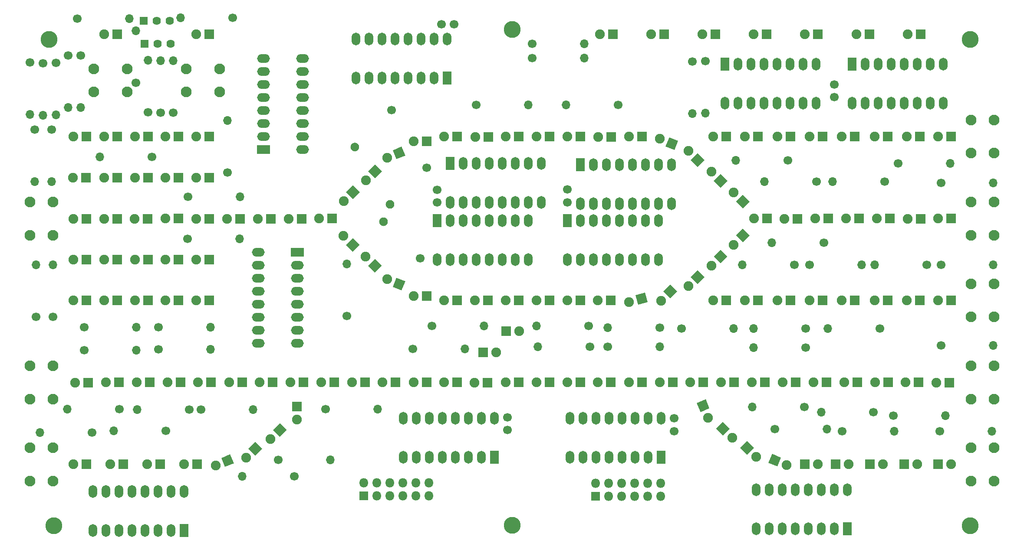
<source format=gbr>
%TF.GenerationSoftware,KiCad,Pcbnew,(5.1.6)-1*%
%TF.CreationDate,2020-06-24T17:28:06+01:00*%
%TF.ProjectId,panel-display,70616e65-6c2d-4646-9973-706c61792e6b,rev?*%
%TF.SameCoordinates,Original*%
%TF.FileFunction,Soldermask,Top*%
%TF.FilePolarity,Negative*%
%FSLAX46Y46*%
G04 Gerber Fmt 4.6, Leading zero omitted, Abs format (unit mm)*
G04 Created by KiCad (PCBNEW (5.1.6)-1) date 2020-06-24 17:28:06*
%MOMM*%
%LPD*%
G01*
G04 APERTURE LIST*
%ADD10R,2.500000X1.700000*%
%ADD11O,2.500000X1.700000*%
%ADD12R,1.700000X2.500000*%
%ADD13O,1.700000X2.500000*%
%ADD14O,1.800000X1.800000*%
%ADD15R,1.800000X1.800000*%
%ADD16C,0.100000*%
%ADD17C,1.900000*%
%ADD18C,1.700000*%
%ADD19O,1.700000X1.700000*%
%ADD20C,1.620000*%
%ADD21R,1.620000X1.620000*%
%ADD22R,1.900000X1.900000*%
%ADD23C,3.300000*%
%ADD24C,2.100000*%
G04 APERTURE END LIST*
D10*
%TO.C,U7*%
X105587800Y-86385400D03*
D11*
X97967800Y-104165400D03*
X105587800Y-88925400D03*
X97967800Y-101625400D03*
X105587800Y-91465400D03*
X97967800Y-99085400D03*
X105587800Y-94005400D03*
X97967800Y-96545400D03*
X105587800Y-96545400D03*
X97967800Y-94005400D03*
X105587800Y-99085400D03*
X97967800Y-91465400D03*
X105587800Y-101625400D03*
X97967800Y-88925400D03*
X105587800Y-104165400D03*
X97967800Y-86385400D03*
%TD*%
D12*
%TO.C,U8*%
X158242000Y-80264000D03*
D13*
X176022000Y-87884000D03*
X160782000Y-80264000D03*
X173482000Y-87884000D03*
X163322000Y-80264000D03*
X170942000Y-87884000D03*
X165862000Y-80264000D03*
X168402000Y-87884000D03*
X168402000Y-80264000D03*
X165862000Y-87884000D03*
X170942000Y-80264000D03*
X163322000Y-87884000D03*
X173482000Y-80264000D03*
X160782000Y-87884000D03*
X176022000Y-80264000D03*
X158242000Y-87884000D03*
%TD*%
D14*
%TO.C,J1*%
X176453800Y-131495800D03*
X176453800Y-134035800D03*
X173913800Y-131495800D03*
X173913800Y-134035800D03*
X171373800Y-131495800D03*
X171373800Y-134035800D03*
X168833800Y-131495800D03*
X168833800Y-134035800D03*
X166293800Y-131495800D03*
X166293800Y-134035800D03*
X163753800Y-131495800D03*
D15*
X163753800Y-134035800D03*
%TD*%
D12*
%TO.C,U3*%
X212852000Y-140462000D03*
D13*
X195072000Y-132842000D03*
X210312000Y-140462000D03*
X197612000Y-132842000D03*
X207772000Y-140462000D03*
X200152000Y-132842000D03*
X205232000Y-140462000D03*
X202692000Y-132842000D03*
X202692000Y-140462000D03*
X205232000Y-132842000D03*
X200152000Y-140462000D03*
X207772000Y-132842000D03*
X197612000Y-140462000D03*
X210312000Y-132842000D03*
X195072000Y-140462000D03*
X212852000Y-132842000D03*
%TD*%
D16*
%TO.C,D22*%
G36*
X179828635Y-64687664D02*
G01*
X179101536Y-66443035D01*
X177346165Y-65715936D01*
X178073264Y-63960565D01*
X179828635Y-64687664D01*
G37*
D17*
X176240746Y-64229784D03*
%TD*%
D12*
%TO.C,U6*%
X176530000Y-126492000D03*
D13*
X158750000Y-118872000D03*
X173990000Y-126492000D03*
X161290000Y-118872000D03*
X171450000Y-126492000D03*
X163830000Y-118872000D03*
X168910000Y-126492000D03*
X166370000Y-118872000D03*
X166370000Y-126492000D03*
X168910000Y-118872000D03*
X163830000Y-126492000D03*
X171450000Y-118872000D03*
X161290000Y-126492000D03*
X173990000Y-118872000D03*
X158750000Y-126492000D03*
X176530000Y-118872000D03*
%TD*%
D12*
%TO.C,U5*%
X135382000Y-69088000D03*
D13*
X153162000Y-76708000D03*
X137922000Y-69088000D03*
X150622000Y-76708000D03*
X140462000Y-69088000D03*
X148082000Y-76708000D03*
X143002000Y-69088000D03*
X145542000Y-76708000D03*
X145542000Y-69088000D03*
X143002000Y-76708000D03*
X148082000Y-69088000D03*
X140462000Y-76708000D03*
X150622000Y-69088000D03*
X137922000Y-76708000D03*
X153162000Y-69088000D03*
X135382000Y-76708000D03*
%TD*%
D12*
%TO.C,U4*%
X144018000Y-126492000D03*
D13*
X126238000Y-118872000D03*
X141478000Y-126492000D03*
X128778000Y-118872000D03*
X138938000Y-126492000D03*
X131318000Y-118872000D03*
X136398000Y-126492000D03*
X133858000Y-118872000D03*
X133858000Y-126492000D03*
X136398000Y-118872000D03*
X131318000Y-126492000D03*
X138938000Y-118872000D03*
X128778000Y-126492000D03*
X141478000Y-118872000D03*
X126238000Y-126492000D03*
X144018000Y-118872000D03*
%TD*%
D12*
%TO.C,U2*%
X132842000Y-80264000D03*
D13*
X150622000Y-87884000D03*
X135382000Y-80264000D03*
X148082000Y-87884000D03*
X137922000Y-80264000D03*
X145542000Y-87884000D03*
X140462000Y-80264000D03*
X143002000Y-87884000D03*
X143002000Y-80264000D03*
X140462000Y-87884000D03*
X145542000Y-80264000D03*
X137922000Y-87884000D03*
X148082000Y-80264000D03*
X135382000Y-87884000D03*
X150622000Y-80264000D03*
X132842000Y-87884000D03*
%TD*%
D12*
%TO.C,U1*%
X83439000Y-140766800D03*
D13*
X65659000Y-133146800D03*
X80899000Y-140766800D03*
X68199000Y-133146800D03*
X78359000Y-140766800D03*
X70739000Y-133146800D03*
X75819000Y-140766800D03*
X73279000Y-133146800D03*
X73279000Y-140766800D03*
X75819000Y-133146800D03*
X70739000Y-140766800D03*
X78359000Y-133146800D03*
X68199000Y-140766800D03*
X80899000Y-133146800D03*
X65659000Y-140766800D03*
X83439000Y-133146800D03*
%TD*%
D18*
%TO.C,R68*%
X140462000Y-57658000D03*
D19*
X150622000Y-57658000D03*
%TD*%
D18*
%TO.C,R67*%
X168148000Y-57658000D03*
D19*
X157988000Y-57658000D03*
%TD*%
D18*
%TO.C,R66*%
X123952000Y-58674000D03*
G36*
G01*
X117368836Y-65257164D02*
X117368836Y-65257164D01*
G75*
G02*
X117368836Y-66459246I-601041J-601041D01*
G01*
X117368836Y-66459246D01*
G75*
G02*
X116166754Y-66459246I-601041J601041D01*
G01*
X116166754Y-66459246D01*
G75*
G02*
X116166754Y-65257164I601041J601041D01*
G01*
X116166754Y-65257164D01*
G75*
G02*
X117368836Y-65257164I601041J-601041D01*
G01*
G37*
%TD*%
%TO.C,R65*%
X130810000Y-69862700D03*
G36*
G01*
X124226836Y-76445864D02*
X124226836Y-76445864D01*
G75*
G02*
X124226836Y-77647946I-601041J-601041D01*
G01*
X124226836Y-77647946D01*
G75*
G02*
X123024754Y-77647946I-601041J601041D01*
G01*
X123024754Y-77647946D01*
G75*
G02*
X123024754Y-76445864I601041J601041D01*
G01*
X123024754Y-76445864D01*
G75*
G02*
X124226836Y-76445864I601041J-601041D01*
G01*
G37*
%TD*%
%TO.C,R64*%
X162661600Y-104863900D03*
D19*
X152501600Y-104863900D03*
%TD*%
D18*
%TO.C,R63*%
X128054100Y-105321100D03*
D19*
X138214100Y-105321100D03*
%TD*%
D18*
%TO.C,R62*%
X78486000Y-105410000D03*
D19*
X88646000Y-105410000D03*
%TD*%
D18*
%TO.C,R61*%
X84493100Y-117144800D03*
D19*
X74333100Y-117144800D03*
%TD*%
D18*
%TO.C,R60*%
X205486000Y-88836500D03*
D19*
X215646000Y-88836500D03*
%TD*%
D18*
%TO.C,R59*%
X204724000Y-101346000D03*
D19*
X194564000Y-101346000D03*
%TD*%
D18*
%TO.C,R58*%
X220078300Y-72644000D03*
D19*
X209918300Y-72644000D03*
%TD*%
D18*
%TO.C,R57*%
X182626000Y-49123600D03*
D19*
X182626000Y-59283600D03*
%TD*%
D18*
%TO.C,R56*%
X129540000Y-87630000D03*
G36*
G01*
X122956836Y-81046836D02*
X122956836Y-81046836D01*
G75*
G02*
X121754754Y-81046836I-601041J601041D01*
G01*
X121754754Y-81046836D01*
G75*
G02*
X121754754Y-79844754I601041J601041D01*
G01*
X121754754Y-79844754D01*
G75*
G02*
X122956836Y-79844754I601041J-601041D01*
G01*
X122956836Y-79844754D01*
G75*
G02*
X122956836Y-81046836I-601041J-601041D01*
G01*
G37*
%TD*%
%TO.C,R55*%
X176225200Y-101104700D03*
D19*
X166065200Y-101104700D03*
%TD*%
D18*
%TO.C,R54*%
X180467000Y-101346000D03*
D19*
X190627000Y-101346000D03*
%TD*%
D18*
%TO.C,R53*%
X201244200Y-68427600D03*
D19*
X191084200Y-68427600D03*
%TD*%
D18*
%TO.C,R52*%
X84175600Y-83807300D03*
D19*
X94335600Y-83807300D03*
%TD*%
D18*
%TO.C,R51*%
X64008000Y-101092000D03*
D19*
X74168000Y-101092000D03*
%TD*%
D18*
%TO.C,R50*%
X57658000Y-62484000D03*
D19*
X57658000Y-72644000D03*
%TD*%
D18*
%TO.C,R49*%
X54356000Y-62484000D03*
D19*
X54356000Y-72644000D03*
%TD*%
D18*
%TO.C,R48*%
X55905400Y-49479200D03*
D19*
X55905400Y-59639200D03*
%TD*%
D18*
%TO.C,R47*%
X60858400Y-48006000D03*
D19*
X60858400Y-58166000D03*
%TD*%
D18*
%TO.C,R46*%
X198691500Y-120967500D03*
D19*
X208851500Y-120967500D03*
%TD*%
D18*
%TO.C,R45*%
X221792800Y-118287800D03*
D19*
X231952800Y-118287800D03*
%TD*%
D18*
%TO.C,R44*%
X166077900Y-104838500D03*
D19*
X176237900Y-104838500D03*
%TD*%
D18*
%TO.C,R43*%
X204724000Y-105029000D03*
D19*
X194564000Y-105029000D03*
%TD*%
D18*
%TO.C,R42*%
X105003600Y-130149600D03*
D19*
X94843600Y-130149600D03*
%TD*%
D18*
%TO.C,R41*%
X131813300Y-100761800D03*
D19*
X141973300Y-100761800D03*
%TD*%
D18*
%TO.C,R40*%
X101854000Y-127000000D03*
D19*
X112014000Y-127000000D03*
%TD*%
D18*
%TO.C,R39*%
X86779100Y-117132100D03*
D19*
X96939100Y-117132100D03*
%TD*%
D18*
%TO.C,R38*%
X64008000Y-105549700D03*
D19*
X74168000Y-105549700D03*
%TD*%
D18*
%TO.C,R37*%
X228346000Y-88836500D03*
D19*
X218186000Y-88836500D03*
%TD*%
D18*
%TO.C,R36*%
X219163900Y-101346000D03*
D19*
X209003900Y-101346000D03*
%TD*%
D18*
%TO.C,R35*%
X208280000Y-84582000D03*
D19*
X198120000Y-84582000D03*
%TD*%
D18*
%TO.C,R34*%
X185166000Y-49098200D03*
D19*
X185166000Y-59258200D03*
%TD*%
D18*
%TO.C,R33*%
X115176300Y-98831400D03*
D19*
X115176300Y-88671400D03*
%TD*%
D18*
%TO.C,R32*%
X162407600Y-100825300D03*
D19*
X152247600Y-100825300D03*
%TD*%
D18*
%TO.C,R31*%
X202526900Y-88861900D03*
D19*
X192366900Y-88861900D03*
%TD*%
D18*
%TO.C,R30*%
X206819500Y-72631300D03*
D19*
X196659500Y-72631300D03*
%TD*%
D18*
%TO.C,R29*%
X84251800Y-75603100D03*
D19*
X94411800Y-75603100D03*
%TD*%
D18*
%TO.C,R28*%
X57912000Y-99060000D03*
D19*
X57912000Y-88900000D03*
%TD*%
D18*
%TO.C,R27*%
X78486000Y-101092000D03*
D19*
X88646000Y-101092000D03*
%TD*%
D18*
%TO.C,R26*%
X53390800Y-49301400D03*
D19*
X53390800Y-59461400D03*
%TD*%
D18*
%TO.C,R25*%
X58470800Y-49403000D03*
D19*
X58470800Y-59563000D03*
%TD*%
D18*
%TO.C,R24*%
X63271400Y-47929800D03*
D19*
X63271400Y-58089800D03*
%TD*%
D18*
%TO.C,R23*%
X217944700Y-117652800D03*
D19*
X207784700Y-117652800D03*
%TD*%
D18*
%TO.C,R22*%
X211836000Y-121412000D03*
D19*
X221996000Y-121412000D03*
%TD*%
D18*
%TO.C,R21*%
X111074200Y-117043200D03*
D19*
X121234200Y-117043200D03*
%TD*%
D18*
%TO.C,R20*%
X204470000Y-116674900D03*
D19*
X194310000Y-116674900D03*
%TD*%
D18*
%TO.C,R19*%
X79883000Y-121285000D03*
D19*
X69723000Y-121285000D03*
%TD*%
D18*
%TO.C,R18*%
X151384000Y-48514000D03*
D19*
X161544000Y-48514000D03*
%TD*%
D18*
%TO.C,R17*%
X151384000Y-45720000D03*
D19*
X161544000Y-45720000D03*
%TD*%
D18*
%TO.C,R16*%
X92976700Y-40563800D03*
D19*
X82816700Y-40563800D03*
%TD*%
D18*
%TO.C,R15*%
X62636400Y-40754300D03*
D19*
X72796400Y-40754300D03*
%TD*%
D18*
%TO.C,R14*%
X74028300Y-53340000D03*
D19*
X74028300Y-43180000D03*
%TD*%
D18*
%TO.C,R13*%
X81318100Y-59118500D03*
D19*
X81318100Y-48958500D03*
%TD*%
D18*
%TO.C,R12*%
X76390500Y-59093100D03*
D19*
X76390500Y-48933100D03*
%TD*%
D18*
%TO.C,R11*%
X78905100Y-59105800D03*
D19*
X78905100Y-48945800D03*
%TD*%
D18*
%TO.C,R10*%
X230886000Y-121412000D03*
D19*
X241046000Y-121412000D03*
%TD*%
D18*
%TO.C,R9*%
X231140000Y-104648000D03*
D19*
X241300000Y-104648000D03*
%TD*%
D18*
%TO.C,R8*%
X231140000Y-88900000D03*
D19*
X241300000Y-88900000D03*
%TD*%
D18*
%TO.C,R7*%
X231140000Y-72898000D03*
D19*
X241300000Y-72898000D03*
%TD*%
D18*
%TO.C,R6*%
X222758000Y-69088000D03*
D19*
X232918000Y-69088000D03*
%TD*%
D18*
%TO.C,R5*%
X65532000Y-121666000D03*
D19*
X55372000Y-121666000D03*
%TD*%
D18*
%TO.C,R4*%
X70866000Y-117094000D03*
D19*
X60706000Y-117094000D03*
%TD*%
D18*
%TO.C,R3*%
X54610000Y-99060000D03*
D19*
X54610000Y-88900000D03*
%TD*%
D18*
%TO.C,R2*%
X77216000Y-67818000D03*
D19*
X67056000Y-67818000D03*
%TD*%
D18*
%TO.C,R1*%
X91948000Y-70866000D03*
D19*
X91948000Y-60706000D03*
%TD*%
D20*
%TO.C,Q2*%
X78155800Y-41224200D03*
X80695800Y-41224200D03*
D21*
X75615800Y-41224200D03*
%TD*%
D20*
%TO.C,Q1*%
X78257400Y-45643800D03*
X80797400Y-45643800D03*
D21*
X75717400Y-45643800D03*
%TD*%
D22*
%TO.C,D144*%
X227126800Y-79857600D03*
D17*
X224586800Y-79857600D03*
%TD*%
D22*
%TO.C,D142*%
X233095800Y-79832200D03*
D17*
X230555800Y-79832200D03*
%TD*%
D22*
%TO.C,D141*%
X220700600Y-63830200D03*
D17*
X218160600Y-63830200D03*
%TD*%
D22*
%TO.C,D140*%
X233095800Y-63830200D03*
D17*
X230555800Y-63830200D03*
%TD*%
D22*
%TO.C,D139*%
X221132400Y-79832200D03*
D17*
X218592400Y-79832200D03*
%TD*%
D22*
%TO.C,D137*%
X202768200Y-111836200D03*
D17*
X200228200Y-111836200D03*
%TD*%
D22*
%TO.C,D136*%
X190728600Y-111836200D03*
D17*
X188188600Y-111836200D03*
%TD*%
D22*
%TO.C,D135*%
X217220800Y-127838200D03*
D17*
X219760800Y-127838200D03*
%TD*%
D22*
%TO.C,D134*%
X230555800Y-127838200D03*
D17*
X233095800Y-127838200D03*
%TD*%
D22*
%TO.C,D133*%
X226745800Y-111836200D03*
D17*
X224205800Y-111836200D03*
%TD*%
D22*
%TO.C,D132*%
X214757000Y-111810800D03*
D17*
X212217000Y-111810800D03*
%TD*%
D22*
%TO.C,D131*%
X208762600Y-111836200D03*
D17*
X206222600Y-111836200D03*
%TD*%
D22*
%TO.C,D130*%
X220751400Y-111836200D03*
D17*
X218211400Y-111836200D03*
%TD*%
D22*
%TO.C,D129*%
X196748400Y-111836200D03*
D17*
X194208400Y-111836200D03*
%TD*%
D22*
%TO.C,D127*%
X223901000Y-127838200D03*
D17*
X226441000Y-127838200D03*
%TD*%
D22*
%TO.C,D125*%
X232740200Y-111861600D03*
D17*
X230200200Y-111861600D03*
%TD*%
D16*
%TO.C,D124*%
G36*
X183442165Y-115868664D02*
G01*
X185197536Y-115141565D01*
X185924635Y-116896936D01*
X184169264Y-117624035D01*
X183442165Y-115868664D01*
G37*
D17*
X185655416Y-118729454D03*
%TD*%
D16*
%TO.C,D123*%
G36*
X191899697Y-124587000D02*
G01*
X193243200Y-123243497D01*
X194586703Y-124587000D01*
X193243200Y-125930503D01*
X191899697Y-124587000D01*
G37*
D17*
X195039251Y-126383051D03*
%TD*%
D16*
%TO.C,D122*%
G36*
X92462136Y-125860365D02*
G01*
X93189235Y-127615736D01*
X91433864Y-128342835D01*
X90706765Y-126587464D01*
X92462136Y-125860365D01*
G37*
D17*
X89601346Y-128073616D03*
%TD*%
D16*
%TO.C,D121*%
G36*
X102133400Y-119789097D02*
G01*
X103476903Y-121132600D01*
X102133400Y-122476103D01*
X100789897Y-121132600D01*
X102133400Y-119789097D01*
G37*
D17*
X100337349Y-122928651D03*
%TD*%
D22*
%TO.C,D120*%
X178765200Y-111836200D03*
D17*
X176225200Y-111836200D03*
%TD*%
D22*
%TO.C,D119*%
X166725600Y-111836200D03*
D17*
X164185600Y-111836200D03*
%TD*%
D22*
%TO.C,D118*%
X154736800Y-111836200D03*
D17*
X152196800Y-111836200D03*
%TD*%
D22*
%TO.C,D117*%
X64414400Y-127838200D03*
D17*
X61874400Y-127838200D03*
%TD*%
D22*
%TO.C,D116*%
X78816200Y-127812800D03*
D17*
X76276200Y-127812800D03*
%TD*%
D16*
%TO.C,D115*%
G36*
X187226097Y-120878600D02*
G01*
X188569600Y-119535097D01*
X189913103Y-120878600D01*
X188569600Y-122222103D01*
X187226097Y-120878600D01*
G37*
D17*
X190365651Y-122674651D03*
%TD*%
D16*
%TO.C,D114*%
G36*
X197412165Y-127539536D02*
G01*
X198139264Y-125784165D01*
X199894635Y-126511264D01*
X199167536Y-128266635D01*
X197412165Y-127539536D01*
G37*
D17*
X201000054Y-127997416D03*
%TD*%
D22*
%TO.C,D113*%
X204546200Y-127838200D03*
D17*
X207086200Y-127838200D03*
%TD*%
D16*
%TO.C,D112*%
G36*
X97358200Y-123421297D02*
G01*
X98701703Y-124764800D01*
X97358200Y-126108303D01*
X96014697Y-124764800D01*
X97358200Y-123421297D01*
G37*
D17*
X95562149Y-126560851D03*
%TD*%
D22*
%TO.C,D111*%
X105511600Y-116560600D03*
D17*
X105511600Y-119100600D03*
%TD*%
D22*
%TO.C,D110*%
X160756600Y-111836200D03*
D17*
X158216600Y-111836200D03*
%TD*%
D22*
%TO.C,D109*%
X148742400Y-111836200D03*
D17*
X146202400Y-111836200D03*
%TD*%
D22*
%TO.C,D108*%
X184734200Y-111836200D03*
D17*
X182194200Y-111836200D03*
%TD*%
D22*
%TO.C,D107*%
X172770800Y-111836200D03*
D17*
X170230800Y-111836200D03*
%TD*%
D22*
%TO.C,D106*%
X71577200Y-127838200D03*
D17*
X69037200Y-127838200D03*
%TD*%
D22*
%TO.C,D105*%
X146253200Y-101828600D03*
D17*
X148793200Y-101828600D03*
%TD*%
D22*
%TO.C,D104*%
X86029800Y-127838200D03*
D17*
X83489800Y-127838200D03*
%TD*%
D22*
%TO.C,D103*%
X94767400Y-111836200D03*
D17*
X92227400Y-111836200D03*
%TD*%
D22*
%TO.C,D102*%
X106756200Y-111810800D03*
D17*
X104216200Y-111810800D03*
%TD*%
D22*
%TO.C,D101*%
X141782800Y-105968800D03*
D17*
X144322800Y-105968800D03*
%TD*%
D22*
%TO.C,D100*%
X112750600Y-111836200D03*
D17*
X110210600Y-111836200D03*
%TD*%
D22*
%TO.C,D98*%
X100736400Y-111810800D03*
D17*
X98196400Y-111810800D03*
%TD*%
D22*
%TO.C,D97*%
X142621000Y-111861600D03*
D17*
X140081000Y-111861600D03*
%TD*%
D22*
%TO.C,D96*%
X130759200Y-111836200D03*
D17*
X128219200Y-111836200D03*
%TD*%
D22*
%TO.C,D95*%
X70739000Y-111836200D03*
D17*
X68199000Y-111836200D03*
%TD*%
D22*
%TO.C,D94*%
X82778600Y-111836200D03*
D17*
X80238600Y-111836200D03*
%TD*%
D22*
%TO.C,D93*%
X136753600Y-111810800D03*
D17*
X134213600Y-111810800D03*
%TD*%
D22*
%TO.C,D92*%
X124714000Y-111836200D03*
D17*
X122174000Y-111836200D03*
%TD*%
D22*
%TO.C,D91*%
X64770000Y-111861600D03*
D17*
X62230000Y-111861600D03*
%TD*%
D22*
%TO.C,D90*%
X76758800Y-111836200D03*
D17*
X74218800Y-111836200D03*
%TD*%
D22*
%TO.C,D89*%
X226999800Y-95834200D03*
D17*
X224459800Y-95834200D03*
%TD*%
D22*
%TO.C,D88*%
X214299800Y-95834200D03*
D17*
X211759800Y-95834200D03*
%TD*%
D22*
%TO.C,D87*%
X208000600Y-95834200D03*
D17*
X205460600Y-95834200D03*
%TD*%
D22*
%TO.C,D86*%
X195427600Y-95834200D03*
D17*
X192887600Y-95834200D03*
%TD*%
D22*
%TO.C,D85*%
X233095800Y-95834200D03*
D17*
X230555800Y-95834200D03*
%TD*%
D22*
%TO.C,D84*%
X220700600Y-95834200D03*
D17*
X218160600Y-95834200D03*
%TD*%
D22*
%TO.C,D83*%
X201701400Y-95834200D03*
D17*
X199161400Y-95834200D03*
%TD*%
D22*
%TO.C,D82*%
X189179200Y-95834200D03*
D17*
X186639200Y-95834200D03*
%TD*%
D22*
%TO.C,D81*%
X203098400Y-79857600D03*
D17*
X200558400Y-79857600D03*
%TD*%
D22*
%TO.C,D80*%
X215087200Y-79832200D03*
D17*
X212547200Y-79832200D03*
%TD*%
D22*
%TO.C,D79*%
X201701400Y-63830200D03*
D17*
X199161400Y-63830200D03*
%TD*%
D22*
%TO.C,D78*%
X189179200Y-63830200D03*
D17*
X186639200Y-63830200D03*
%TD*%
D22*
%TO.C,D77*%
X197129400Y-79832200D03*
D17*
X194589400Y-79832200D03*
%TD*%
D22*
%TO.C,D76*%
X209067400Y-79806800D03*
D17*
X206527400Y-79806800D03*
%TD*%
D22*
%TO.C,D75*%
X195427600Y-63830200D03*
D17*
X192887600Y-63830200D03*
%TD*%
D22*
%TO.C,D74*%
X208000600Y-63830200D03*
D17*
X205460600Y-63830200D03*
%TD*%
D16*
%TO.C,D72*%
G36*
X189430503Y-72440800D02*
G01*
X188087000Y-73784303D01*
X186743497Y-72440800D01*
X188087000Y-71097297D01*
X189430503Y-72440800D01*
G37*
D17*
X186290949Y-70644749D03*
%TD*%
D16*
%TO.C,D71*%
G36*
X183616600Y-89893297D02*
G01*
X184960103Y-91236800D01*
X183616600Y-92580303D01*
X182273097Y-91236800D01*
X183616600Y-89893297D01*
G37*
D17*
X181820549Y-93032851D03*
%TD*%
D16*
%TO.C,D70*%
G36*
X192455800Y-81790697D02*
G01*
X193799303Y-83134200D01*
X192455800Y-84477703D01*
X191112297Y-83134200D01*
X192455800Y-81790697D01*
G37*
D17*
X190659749Y-84930251D03*
%TD*%
D16*
%TO.C,D69*%
G36*
X184960103Y-68402200D02*
G01*
X183616600Y-69745703D01*
X182273097Y-68402200D01*
X183616600Y-67058697D01*
X184960103Y-68402200D01*
G37*
D17*
X181820549Y-66606149D03*
%TD*%
D16*
%TO.C,D68*%
G36*
X193799303Y-76530200D02*
G01*
X192455800Y-77873703D01*
X191112297Y-76530200D01*
X192455800Y-75186697D01*
X193799303Y-76530200D01*
G37*
D17*
X190659749Y-74734149D03*
%TD*%
D16*
%TO.C,D67*%
G36*
X117700903Y-84988400D02*
G01*
X116357400Y-86331903D01*
X115013897Y-84988400D01*
X116357400Y-83644897D01*
X117700903Y-84988400D01*
G37*
D17*
X114561349Y-83192349D03*
%TD*%
D16*
%TO.C,D66*%
G36*
X126641035Y-92119664D02*
G01*
X125913936Y-93875035D01*
X124158565Y-93147936D01*
X124885664Y-91392565D01*
X126641035Y-92119664D01*
G37*
D17*
X123053146Y-91661784D03*
%TD*%
D16*
%TO.C,D64*%
G36*
X173366351Y-94315092D02*
G01*
X173858108Y-96150351D01*
X172022849Y-96642108D01*
X171531092Y-94806849D01*
X173366351Y-94315092D01*
G37*
D17*
X170241148Y-96136000D03*
%TD*%
D22*
%TO.C,D63*%
X160756600Y-95834200D03*
D17*
X158216600Y-95834200D03*
%TD*%
D22*
%TO.C,D62*%
X142748000Y-95834200D03*
D17*
X140208000Y-95834200D03*
%TD*%
D22*
%TO.C,D61*%
X136728200Y-95834200D03*
D17*
X134188200Y-95834200D03*
%TD*%
D16*
%TO.C,D60*%
G36*
X122018903Y-89027000D02*
G01*
X120675400Y-90370503D01*
X119331897Y-89027000D01*
X120675400Y-87683497D01*
X122018903Y-89027000D01*
G37*
D17*
X118879349Y-87230949D03*
%TD*%
D22*
%TO.C,D59*%
X130810000Y-94945200D03*
D17*
X128270000Y-94945200D03*
%TD*%
D16*
%TO.C,D58*%
G36*
X178308000Y-92712697D02*
G01*
X179651503Y-94056200D01*
X178308000Y-95399703D01*
X176964497Y-94056200D01*
X178308000Y-92712697D01*
G37*
D17*
X176511949Y-95852251D03*
%TD*%
D22*
%TO.C,D57*%
X166725600Y-95834200D03*
D17*
X164185600Y-95834200D03*
%TD*%
D22*
%TO.C,D56*%
X154736800Y-95834200D03*
D17*
X152196800Y-95834200D03*
%TD*%
D22*
%TO.C,D55*%
X172745400Y-63830200D03*
D17*
X170205400Y-63830200D03*
%TD*%
D22*
%TO.C,D54*%
X160731200Y-63830200D03*
D17*
X158191200Y-63830200D03*
%TD*%
D22*
%TO.C,D53*%
X148767800Y-63830200D03*
D17*
X146227800Y-63830200D03*
%TD*%
D16*
%TO.C,D52*%
G36*
X116382800Y-73281697D02*
G01*
X117726303Y-74625200D01*
X116382800Y-75968703D01*
X115039297Y-74625200D01*
X116382800Y-73281697D01*
G37*
D17*
X114586749Y-76421251D03*
%TD*%
D16*
%TO.C,D51*%
G36*
X125913936Y-65763965D02*
G01*
X126641035Y-67519336D01*
X124885664Y-68246435D01*
X124158565Y-66491064D01*
X125913936Y-65763965D01*
G37*
D17*
X123053146Y-67977216D03*
%TD*%
D22*
%TO.C,D50*%
X136728200Y-63804800D03*
D17*
X134188200Y-63804800D03*
%TD*%
D22*
%TO.C,D48*%
X166751000Y-63855600D03*
D17*
X164211000Y-63855600D03*
%TD*%
D22*
%TO.C,D47*%
X154736800Y-63830200D03*
D17*
X152196800Y-63830200D03*
%TD*%
D16*
%TO.C,D46*%
G36*
X120700800Y-69243097D02*
G01*
X122044303Y-70586600D01*
X120700800Y-71930103D01*
X119357297Y-70586600D01*
X120700800Y-69243097D01*
G37*
D17*
X118904749Y-72382651D03*
%TD*%
D22*
%TO.C,D45*%
X130784600Y-64719200D03*
D17*
X128244600Y-64719200D03*
%TD*%
D22*
%TO.C,D44*%
X142773400Y-63855600D03*
D17*
X140233400Y-63855600D03*
%TD*%
D22*
%TO.C,D43*%
X82397600Y-95834200D03*
D17*
X79857600Y-95834200D03*
%TD*%
D22*
%TO.C,D41*%
X70383400Y-95834200D03*
D17*
X67843400Y-95834200D03*
%TD*%
D22*
%TO.C,D40*%
X88392000Y-95834200D03*
D17*
X85852000Y-95834200D03*
%TD*%
D22*
%TO.C,D38*%
X64389000Y-95834200D03*
D17*
X61849000Y-95834200D03*
%TD*%
D22*
%TO.C,D37*%
X82372200Y-87833200D03*
D17*
X79832200Y-87833200D03*
%TD*%
D22*
%TO.C,D36*%
X226999800Y-63830200D03*
D17*
X224459800Y-63830200D03*
%TD*%
D22*
%TO.C,D35*%
X70408800Y-87807800D03*
D17*
X67868800Y-87807800D03*
%TD*%
D22*
%TO.C,D34*%
X88392000Y-87833200D03*
D17*
X85852000Y-87833200D03*
%TD*%
D22*
%TO.C,D33*%
X76403200Y-87858600D03*
D17*
X73863200Y-87858600D03*
%TD*%
D22*
%TO.C,D32*%
X64414400Y-87807800D03*
D17*
X61874400Y-87807800D03*
%TD*%
D22*
%TO.C,D31*%
X82397600Y-79832200D03*
D17*
X79857600Y-79832200D03*
%TD*%
D22*
%TO.C,D30*%
X214299800Y-63830200D03*
D17*
X211759800Y-63830200D03*
%TD*%
D22*
%TO.C,D29*%
X70383400Y-79857600D03*
D17*
X67843400Y-79857600D03*
%TD*%
D22*
%TO.C,D28*%
X88392000Y-79857600D03*
D17*
X85852000Y-79857600D03*
%TD*%
D22*
%TO.C,D27*%
X76352400Y-79857600D03*
D17*
X73812400Y-79857600D03*
%TD*%
D22*
%TO.C,D26*%
X64389000Y-79857600D03*
D17*
X61849000Y-79857600D03*
%TD*%
D22*
%TO.C,D25*%
X106375200Y-79857600D03*
D17*
X103835200Y-79857600D03*
%TD*%
D22*
%TO.C,D24*%
X94386400Y-79857600D03*
D17*
X91846400Y-79857600D03*
%TD*%
D22*
%TO.C,D23*%
X82397600Y-71831200D03*
D17*
X79857600Y-71831200D03*
%TD*%
D22*
%TO.C,D21*%
X70383400Y-71856600D03*
D17*
X67843400Y-71856600D03*
%TD*%
D22*
%TO.C,D20*%
X88392000Y-71856600D03*
D17*
X85852000Y-71856600D03*
%TD*%
D22*
%TO.C,D19*%
X76403200Y-71831200D03*
D17*
X73863200Y-71831200D03*
%TD*%
D22*
%TO.C,D18*%
X64363600Y-71856600D03*
D17*
X61823600Y-71856600D03*
%TD*%
D22*
%TO.C,D17*%
X112293400Y-79832200D03*
D17*
X109753400Y-79832200D03*
%TD*%
D22*
%TO.C,D16*%
X100380800Y-79857600D03*
D17*
X97840800Y-79857600D03*
%TD*%
D22*
%TO.C,D15*%
X82397600Y-63830200D03*
D17*
X79857600Y-63830200D03*
%TD*%
D22*
%TO.C,D14*%
X118770400Y-111810800D03*
D17*
X116230400Y-111810800D03*
%TD*%
D22*
%TO.C,D13*%
X70383400Y-63830200D03*
D17*
X67843400Y-63830200D03*
%TD*%
D22*
%TO.C,D12*%
X88366600Y-63830200D03*
D17*
X85826600Y-63830200D03*
%TD*%
D22*
%TO.C,D11*%
X76403200Y-63830200D03*
D17*
X73863200Y-63830200D03*
%TD*%
D22*
%TO.C,D10*%
X64389000Y-63830200D03*
D17*
X61849000Y-63830200D03*
%TD*%
D22*
%TO.C,D6*%
X197078600Y-43840400D03*
D17*
X194538600Y-43840400D03*
%TD*%
D22*
%TO.C,D1*%
X70383400Y-43815000D03*
D17*
X67843400Y-43815000D03*
%TD*%
D18*
%TO.C,C4*%
X133644000Y-41910000D03*
X136144000Y-41910000D03*
%TD*%
%TO.C,C3*%
X132842000Y-74208000D03*
X132842000Y-76708000D03*
%TD*%
%TO.C,C2*%
X158242000Y-74168000D03*
X158242000Y-76668000D03*
%TD*%
%TO.C,C1*%
X146558000Y-121158000D03*
X146558000Y-118658000D03*
%TD*%
D10*
%TO.C,U13*%
X98958400Y-66319400D03*
D11*
X106578400Y-48539400D03*
X98958400Y-63779400D03*
X106578400Y-51079400D03*
X98958400Y-61239400D03*
X106578400Y-53619400D03*
X98958400Y-58699400D03*
X106578400Y-56159400D03*
X98958400Y-56159400D03*
X106578400Y-58699400D03*
X98958400Y-53619400D03*
X106578400Y-61239400D03*
X98958400Y-51079400D03*
X106578400Y-63779400D03*
X98958400Y-48539400D03*
X106578400Y-66319400D03*
%TD*%
D12*
%TO.C,U12*%
X188976000Y-49631600D03*
D13*
X206756000Y-57251600D03*
X191516000Y-49631600D03*
X204216000Y-57251600D03*
X194056000Y-49631600D03*
X201676000Y-57251600D03*
X196596000Y-49631600D03*
X199136000Y-57251600D03*
X199136000Y-49631600D03*
X196596000Y-57251600D03*
X201676000Y-49631600D03*
X194056000Y-57251600D03*
X204216000Y-49631600D03*
X191516000Y-57251600D03*
X206756000Y-49631600D03*
X188976000Y-57251600D03*
%TD*%
D12*
%TO.C,U11*%
X160782000Y-69342000D03*
D13*
X178562000Y-76962000D03*
X163322000Y-69342000D03*
X176022000Y-76962000D03*
X165862000Y-69342000D03*
X173482000Y-76962000D03*
X168402000Y-69342000D03*
X170942000Y-76962000D03*
X170942000Y-69342000D03*
X168402000Y-76962000D03*
X173482000Y-69342000D03*
X165862000Y-76962000D03*
X176022000Y-69342000D03*
X163322000Y-76962000D03*
X178562000Y-69342000D03*
X160782000Y-76962000D03*
%TD*%
D12*
%TO.C,U10*%
X134747000Y-52400200D03*
D13*
X116967000Y-44780200D03*
X132207000Y-52400200D03*
X119507000Y-44780200D03*
X129667000Y-52400200D03*
X122047000Y-44780200D03*
X127127000Y-52400200D03*
X124587000Y-44780200D03*
X124587000Y-52400200D03*
X127127000Y-44780200D03*
X122047000Y-52400200D03*
X129667000Y-44780200D03*
X119507000Y-52400200D03*
X132207000Y-44780200D03*
X116967000Y-52400200D03*
X134747000Y-44780200D03*
%TD*%
D12*
%TO.C,U9*%
X213791800Y-49631600D03*
D13*
X231571800Y-57251600D03*
X216331800Y-49631600D03*
X229031800Y-57251600D03*
X218871800Y-49631600D03*
X226491800Y-57251600D03*
X221411800Y-49631600D03*
X223951800Y-57251600D03*
X223951800Y-49631600D03*
X221411800Y-57251600D03*
X226491800Y-49631600D03*
X218871800Y-57251600D03*
X229031800Y-49631600D03*
X216331800Y-57251600D03*
X231571800Y-49631600D03*
X213791800Y-57251600D03*
%TD*%
D22*
%TO.C,D128*%
X210566000Y-127838200D03*
D17*
X213106000Y-127838200D03*
%TD*%
D22*
%TO.C,D99*%
X88747600Y-111836200D03*
D17*
X86207600Y-111836200D03*
%TD*%
D16*
%TO.C,D73*%
G36*
X188087000Y-85880097D02*
G01*
X189430503Y-87223600D01*
X188087000Y-88567103D01*
X186743497Y-87223600D01*
X188087000Y-85880097D01*
G37*
D17*
X186290949Y-89019651D03*
%TD*%
D22*
%TO.C,D65*%
X148767800Y-95834200D03*
D17*
X146227800Y-95834200D03*
%TD*%
D22*
%TO.C,D39*%
X76403200Y-95834200D03*
D17*
X73863200Y-95834200D03*
%TD*%
D23*
%TO.C,REF\u002A\u002A*%
X58089800Y-139801600D03*
%TD*%
%TO.C,REF\u002A\u002A*%
X147472400Y-139776200D03*
%TD*%
%TO.C,REF\u002A\u002A*%
X236829600Y-139801600D03*
%TD*%
%TO.C,REF\u002A\u002A*%
X57124600Y-44856400D03*
%TD*%
%TO.C,REF\u002A\u002A*%
X147472400Y-42849800D03*
%TD*%
%TO.C,REF\u002A\u002A*%
X236829600Y-44856400D03*
%TD*%
D18*
%TO.C,C6*%
X210312000Y-53634000D03*
X210312000Y-56134000D03*
%TD*%
%TO.C,C5*%
X179070000Y-121372000D03*
X179070000Y-118872000D03*
%TD*%
D15*
%TO.C,J2*%
X118516400Y-134010400D03*
D14*
X118516400Y-131470400D03*
X121056400Y-134010400D03*
X121056400Y-131470400D03*
X123596400Y-134010400D03*
X123596400Y-131470400D03*
X126136400Y-134010400D03*
X126136400Y-131470400D03*
X128676400Y-134010400D03*
X128676400Y-131470400D03*
X131216400Y-134010400D03*
X131216400Y-131470400D03*
%TD*%
D22*
%TO.C,D2*%
X88366600Y-43815000D03*
D17*
X85826600Y-43815000D03*
%TD*%
%TO.C,D3*%
X164566600Y-43840400D03*
D22*
X167106600Y-43840400D03*
%TD*%
%TO.C,D4*%
X177139600Y-43815000D03*
D17*
X174599600Y-43815000D03*
%TD*%
%TO.C,D5*%
X184556400Y-43840400D03*
D22*
X187096400Y-43840400D03*
%TD*%
%TO.C,D7*%
X207111600Y-43840400D03*
D17*
X204571600Y-43840400D03*
%TD*%
%TO.C,D8*%
X214579200Y-43840400D03*
D22*
X217119200Y-43840400D03*
%TD*%
%TO.C,D9*%
X227101400Y-43840400D03*
D17*
X224561400Y-43840400D03*
%TD*%
D24*
%TO.C,SW1*%
X90370800Y-50596800D03*
X90370800Y-55096800D03*
X83870800Y-50596800D03*
X83870800Y-55096800D03*
%TD*%
%TO.C,SW2*%
X72362200Y-50596800D03*
X72362200Y-55096800D03*
X65862200Y-50596800D03*
X65862200Y-55096800D03*
%TD*%
%TO.C,SW3*%
X57865400Y-83083400D03*
X53365400Y-83083400D03*
X57865400Y-76583400D03*
X53365400Y-76583400D03*
%TD*%
%TO.C,SW4*%
X57865400Y-115087400D03*
X53365400Y-115087400D03*
X57865400Y-108587400D03*
X53365400Y-108587400D03*
%TD*%
%TO.C,SW5*%
X53365400Y-124589400D03*
X57865400Y-124589400D03*
X53365400Y-131089400D03*
X57865400Y-131089400D03*
%TD*%
%TO.C,SW6*%
X241482000Y-67056000D03*
X236982000Y-67056000D03*
X241482000Y-60556000D03*
X236982000Y-60556000D03*
%TD*%
%TO.C,SW7*%
X236982000Y-76608800D03*
X241482000Y-76608800D03*
X236982000Y-83108800D03*
X241482000Y-83108800D03*
%TD*%
%TO.C,SW8*%
X241482000Y-99060000D03*
X236982000Y-99060000D03*
X241482000Y-92560000D03*
X236982000Y-92560000D03*
%TD*%
%TO.C,SW9*%
X241482000Y-115112800D03*
X236982000Y-115112800D03*
X241482000Y-108612800D03*
X236982000Y-108612800D03*
%TD*%
%TO.C,SW10*%
X236982000Y-124614800D03*
X241482000Y-124614800D03*
X236982000Y-131114800D03*
X241482000Y-131114800D03*
%TD*%
M02*

</source>
